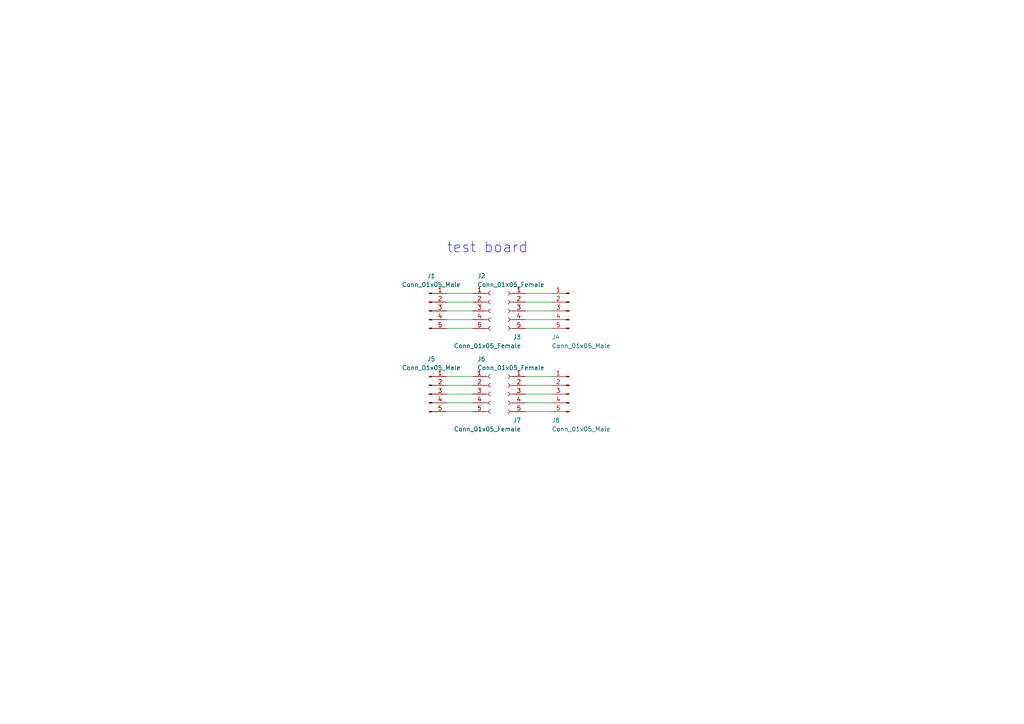
<source format=kicad_sch>
(kicad_sch (version 20211123) (generator eeschema)
  (paper "A4")
  (lib_symbols
    (symbol "Connector:Conn_01x05_Female" (pin_names (offset 1.016) hide)
      (property "Reference" "J" (at 0 7.62 0))
      (property "Value" "Conn_01x05_Female" (at 0 -7.62 0))
      (symbol "Conn_01x05_Female_1_1"
        (arc (start 0 -4.572) (mid -0.508 -5.08) (end 0 -5.588) (stroke (width 0.1524)))
        (arc (start 0 -2.032) (mid -0.508 -2.54) (end 0 -3.048) (stroke (width 0.1524)))
        (polyline (pts (xy -1.27 -5.08) (xy -0.508 -5.08)) (stroke (width 0.1524)))
        (polyline (pts (xy -1.27 -2.54) (xy -0.508 -2.54)) (stroke (width 0.1524)))
        (polyline (pts (xy -1.27 0) (xy -0.508 0)) (stroke (width 0.1524)))
        (polyline (pts (xy -1.27 2.54) (xy -0.508 2.54)) (stroke (width 0.1524)))
        (polyline (pts (xy -1.27 5.08) (xy -0.508 5.08)) (stroke (width 0.1524)))
        (arc (start 0 0.508) (mid -0.508 0) (end 0 -0.508) (stroke (width 0.1524)))
        (arc (start 0 3.048) (mid -0.508 2.54) (end 0 2.032) (stroke (width 0.1524)))
        (arc (start 0 5.588) (mid -0.508 5.08) (end 0 4.572) (stroke (width 0.1524)))
        (pin passive line (at -5.08 5.08 0) (length 3.81) (name "Pin_1") (number "1"))
        (pin passive line (at -5.08 2.54 0) (length 3.81) (name "Pin_2") (number "2"))
        (pin passive line (at -5.08 0 0) (length 3.81) (name "Pin_3") (number "3"))
        (pin passive line (at -5.08 -2.54 0) (length 3.81) (name "Pin_4") (number "4"))
        (pin passive line (at -5.08 -5.08 0) (length 3.81) (name "Pin_5") (number "5"))
      )
    )
    (symbol "Connector:Conn_01x05_Male" (pin_names (offset 1.016) hide)
      (property "Reference" "J" (at 0 7.62 0))
      (property "Value" "Conn_01x05_Male" (at 0 -7.62 0))
      (symbol "Conn_01x05_Male_1_1"
        (polyline (pts (xy 1.27 -5.08) (xy 0.8636 -5.08)) (stroke (width 0.1524)))
        (polyline (pts (xy 1.27 -2.54) (xy 0.8636 -2.54)) (stroke (width 0.1524)))
        (polyline (pts (xy 1.27 0) (xy 0.8636 0)) (stroke (width 0.1524)))
        (polyline (pts (xy 1.27 2.54) (xy 0.8636 2.54)) (stroke (width 0.1524)))
        (polyline (pts (xy 1.27 5.08) (xy 0.8636 5.08)) (stroke (width 0.1524)))
        (rectangle (start 0.8636 -4.953) (end 0 -5.207) (stroke (width 0.1524)) (fill (type outline)))
        (rectangle (start 0.8636 -2.413) (end 0 -2.667) (stroke (width 0.1524)) (fill (type outline)))
        (rectangle (start 0.8636 0.127) (end 0 -0.127) (stroke (width 0.1524)) (fill (type outline)))
        (rectangle (start 0.8636 2.667) (end 0 2.413) (stroke (width 0.1524)) (fill (type outline)))
        (rectangle (start 0.8636 5.207) (end 0 4.953) (stroke (width 0.1524)) (fill (type outline)))
        (pin passive line (at 5.08 5.08 180) (length 3.81) (name "Pin_1") (number "1"))
        (pin passive line (at 5.08 2.54 180) (length 3.81) (name "Pin_2") (number "2"))
        (pin passive line (at 5.08 0 180) (length 3.81) (name "Pin_3") (number "3"))
        (pin passive line (at 5.08 -2.54 180) (length 3.81) (name "Pin_4") (number "4"))
        (pin passive line (at 5.08 -5.08 180) (length 3.81) (name "Pin_5") (number "5"))
      )
    )
  )
  (wire (pts (xy 129.54 119.38) (xy 137.16 119.38)))
  (wire (pts (xy 152.4 119.38) (xy 160.02 119.38)))
  (wire (pts (xy 152.4 109.22) (xy 160.02 109.22)))
  (wire (pts (xy 129.54 95.25) (xy 137.16 95.25)))
  (wire (pts (xy 152.4 87.63) (xy 160.02 87.63)))
  (wire (pts (xy 129.54 90.17) (xy 137.16 90.17)))
  (wire (pts (xy 129.54 87.63) (xy 137.16 87.63)))
  (wire (pts (xy 129.54 109.22) (xy 137.16 109.22)))
  (wire (pts (xy 152.4 90.17) (xy 160.02 90.17)))
  (wire (pts (xy 152.4 95.25) (xy 160.02 95.25)))
  (wire (pts (xy 152.4 92.71) (xy 160.02 92.71)))
  (wire (pts (xy 129.54 85.09) (xy 137.16 85.09)))
  (wire (pts (xy 152.4 85.09) (xy 160.02 85.09)))
  (wire (pts (xy 152.4 114.3) (xy 160.02 114.3)))
  (wire (pts (xy 129.54 111.76) (xy 137.16 111.76)))
  (wire (pts (xy 129.54 116.84) (xy 137.16 116.84)))
  (wire (pts (xy 152.4 116.84) (xy 160.02 116.84)))
  (wire (pts (xy 129.54 92.71) (xy 137.16 92.71)))
  (wire (pts (xy 129.54 114.3) (xy 137.16 114.3)))
  (wire (pts (xy 152.4 111.76) (xy 160.02 111.76)))
  (text "test board" (at 129.54 73.66 0) (effects (font (size 3 3)) (justify left bottom)))
  (symbol (lib_id "Connector:Conn_01x05_Male") (at 124.46 114.3 0) (unit 1)
    (property "Reference" "J5" (at 125.095 104.14 0))
    (property "Value" "Conn_01x05_Male" (at 125.095 106.68 0))
    (property "Footprint" "Connector_PinHeader_2.54mm:PinHeader_1x05_P2.54mm_Vertical" (effects hide))
  )
  (symbol (lib_id "Connector:Conn_01x05_Female") (at 142.24 90.17 0) (unit 1)
    (property "Reference" "J2" (at 138.43 80.01 0) (effects (justify left)))
    (property "Value" "Conn_01x05_Female" (at 138.43 82.55 0) (effects (justify left)))
    (property "Footprint" "204-pcb-wearable:FlexyPin_1x05_P1.27mm-with-line-L" (effects hide))
  )
  (symbol (lib_id "Connector:Conn_01x05_Male") (at 165.1 114.3 0) (mirror y) (unit 1)
    (property "Reference" "J8" (at 160.02 121.92 0) (effects (justify right)))
    (property "Value" "Conn_01x05_Male" (at 160.02 124.46 0) (effects (justify right)))
    (property "Footprint" "Connector_PinHeader_2.54mm:PinHeader_1x05_P2.54mm_Vertical" (effects hide))
  )
  (symbol (lib_id "Connector:Conn_01x05_Male") (at 124.46 90.17 0) (unit 1)
    (property "Reference" "J1" (at 125.095 80.01 0))
    (property "Value" "Conn_01x05_Male" (at 125.095 82.55 0))
    (property "Footprint" "Connector_PinHeader_2.54mm:PinHeader_1x05_P2.54mm_Vertical" (effects hide))
  )
  (symbol (lib_id "Connector:Conn_01x05_Male") (at 165.1 90.17 0) (mirror y) (unit 1)
    (property "Reference" "J4" (at 160.02 97.79 0) (effects (justify right)))
    (property "Value" "Conn_01x05_Male" (at 160.02 100.33 0) (effects (justify right)))
    (property "Footprint" "Connector_PinHeader_2.54mm:PinHeader_1x05_P2.54mm_Vertical" (effects hide))
  )
  (symbol (lib_id "Connector:Conn_01x05_Female") (at 147.32 114.3 0) (mirror y) (unit 1)
    (property "Reference" "J7" (at 151.13 121.92 0) (effects (justify left)))
    (property "Value" "Conn_01x05_Female" (at 151.13 124.46 0) (effects (justify left)))
    (property "Footprint" "204-pcb-wearable:FlexyPin_1x05_P1.27mm-with-line-R" (effects hide))
  )
  (symbol (lib_id "Connector:Conn_01x05_Female") (at 142.24 114.3 0) (unit 1)
    (property "Reference" "J6" (at 138.43 104.14 0) (effects (justify left)))
    (property "Value" "Conn_01x05_Female" (at 138.43 106.68 0) (effects (justify left)))
    (property "Footprint" "204-pcb-wearable:FlexyPin_1x05_P1.27mm-with-line-L" (effects hide))
  )
  (symbol (lib_id "Connector:Conn_01x05_Female") (at 147.32 90.17 0) (mirror y) (unit 1)
    (property "Reference" "J3" (at 151.13 97.79 0) (effects (justify left)))
    (property "Value" "Conn_01x05_Female" (at 151.13 100.33 0) (effects (justify left)))
    (property "Footprint" "204-pcb-wearable:FlexyPin_1x05_P1.27mm-with-line-R" (effects hide))
  )
)
</source>
